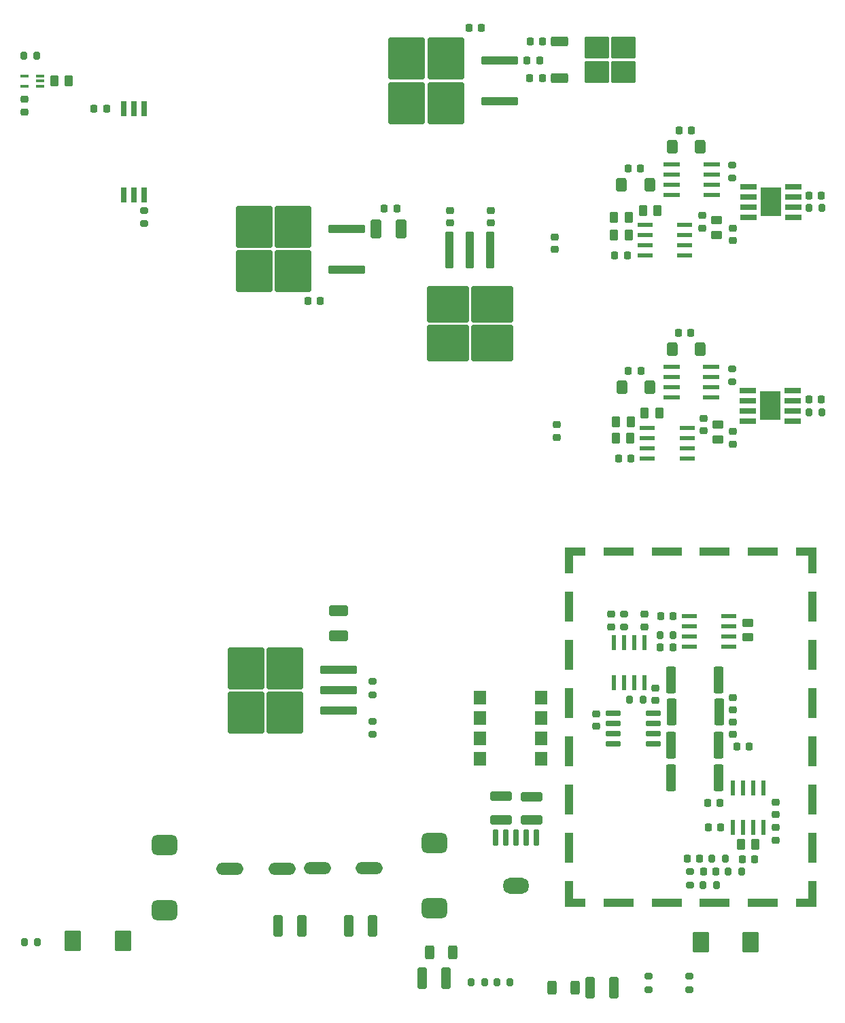
<source format=gbr>
%TF.GenerationSoftware,KiCad,Pcbnew,7.0.1*%
%TF.CreationDate,2023-05-04T18:56:47-04:00*%
%TF.ProjectId,Combined (new),436f6d62-696e-4656-9420-286e6577292e,rev?*%
%TF.SameCoordinates,Original*%
%TF.FileFunction,Paste,Top*%
%TF.FilePolarity,Positive*%
%FSLAX46Y46*%
G04 Gerber Fmt 4.6, Leading zero omitted, Abs format (unit mm)*
G04 Created by KiCad (PCBNEW 7.0.1) date 2023-05-04 18:56:47*
%MOMM*%
%LPD*%
G01*
G04 APERTURE LIST*
G04 Aperture macros list*
%AMRoundRect*
0 Rectangle with rounded corners*
0 $1 Rounding radius*
0 $2 $3 $4 $5 $6 $7 $8 $9 X,Y pos of 4 corners*
0 Add a 4 corners polygon primitive as box body*
4,1,4,$2,$3,$4,$5,$6,$7,$8,$9,$2,$3,0*
0 Add four circle primitives for the rounded corners*
1,1,$1+$1,$2,$3*
1,1,$1+$1,$4,$5*
1,1,$1+$1,$6,$7*
1,1,$1+$1,$8,$9*
0 Add four rect primitives between the rounded corners*
20,1,$1+$1,$2,$3,$4,$5,0*
20,1,$1+$1,$4,$5,$6,$7,0*
20,1,$1+$1,$6,$7,$8,$9,0*
20,1,$1+$1,$8,$9,$2,$3,0*%
G04 Aperture macros list end*
%ADD10RoundRect,0.250000X0.262500X0.450000X-0.262500X0.450000X-0.262500X-0.450000X0.262500X-0.450000X0*%
%ADD11RoundRect,0.250000X1.100000X-0.325000X1.100000X0.325000X-1.100000X0.325000X-1.100000X-0.325000X0*%
%ADD12RoundRect,0.200000X-0.200000X-0.275000X0.200000X-0.275000X0.200000X0.275000X-0.200000X0.275000X0*%
%ADD13RoundRect,0.200000X0.275000X-0.200000X0.275000X0.200000X-0.275000X0.200000X-0.275000X-0.200000X0*%
%ADD14RoundRect,0.250000X-0.362500X-1.425000X0.362500X-1.425000X0.362500X1.425000X-0.362500X1.425000X0*%
%ADD15RoundRect,0.225000X0.250000X-0.225000X0.250000X0.225000X-0.250000X0.225000X-0.250000X-0.225000X0*%
%ADD16R,2.032000X0.660400*%
%ADD17R,2.540000X3.556000*%
%ADD18RoundRect,0.200000X-0.275000X0.200000X-0.275000X-0.200000X0.275000X-0.200000X0.275000X0.200000X0*%
%ADD19RoundRect,0.218750X-0.218750X-0.256250X0.218750X-0.256250X0.218750X0.256250X-0.218750X0.256250X0*%
%ADD20R,1.000000X1.000000*%
%ADD21R,1.550000X1.000000*%
%ADD22R,3.800000X1.000000*%
%ADD23R,1.000000X2.300000*%
%ADD24R,1.000000X3.800000*%
%ADD25R,1.520000X1.780000*%
%ADD26R,1.520000X1.750000*%
%ADD27RoundRect,0.250000X-0.450000X0.262500X-0.450000X-0.262500X0.450000X-0.262500X0.450000X0.262500X0*%
%ADD28RoundRect,0.625000X-0.975000X0.625000X-0.975000X-0.625000X0.975000X-0.625000X0.975000X0.625000X0*%
%ADD29RoundRect,0.250000X-0.312500X-0.625000X0.312500X-0.625000X0.312500X0.625000X-0.312500X0.625000X0*%
%ADD30RoundRect,0.250000X-0.850000X-0.350000X0.850000X-0.350000X0.850000X0.350000X-0.850000X0.350000X0*%
%ADD31RoundRect,0.250000X-1.275000X-1.125000X1.275000X-1.125000X1.275000X1.125000X-1.275000X1.125000X0*%
%ADD32RoundRect,0.225000X-0.250000X0.225000X-0.250000X-0.225000X0.250000X-0.225000X0.250000X0.225000X0*%
%ADD33R,0.558800X1.981200*%
%ADD34O,3.400000X1.500000*%
%ADD35RoundRect,0.250000X-0.262500X-0.450000X0.262500X-0.450000X0.262500X0.450000X-0.262500X0.450000X0*%
%ADD36RoundRect,0.225000X0.225000X0.250000X-0.225000X0.250000X-0.225000X-0.250000X0.225000X-0.250000X0*%
%ADD37RoundRect,0.225000X-0.225000X-0.250000X0.225000X-0.250000X0.225000X0.250000X-0.225000X0.250000X0*%
%ADD38RoundRect,0.250000X-0.325000X-1.100000X0.325000X-1.100000X0.325000X1.100000X-0.325000X1.100000X0*%
%ADD39RoundRect,0.250000X0.450000X-0.262500X0.450000X0.262500X-0.450000X0.262500X-0.450000X-0.262500X0*%
%ADD40RoundRect,0.250000X-0.400000X-0.600000X0.400000X-0.600000X0.400000X0.600000X-0.400000X0.600000X0*%
%ADD41RoundRect,0.250000X-0.925000X0.412500X-0.925000X-0.412500X0.925000X-0.412500X0.925000X0.412500X0*%
%ADD42R,1.981200X0.558800*%
%ADD43R,1.020000X0.400000*%
%ADD44RoundRect,0.200000X0.200000X0.275000X-0.200000X0.275000X-0.200000X-0.275000X0.200000X-0.275000X0*%
%ADD45RoundRect,0.041300X0.943700X0.253700X-0.943700X0.253700X-0.943700X-0.253700X0.943700X-0.253700X0*%
%ADD46RoundRect,0.250000X2.050000X0.300000X-2.050000X0.300000X-2.050000X-0.300000X2.050000X-0.300000X0*%
%ADD47RoundRect,0.250000X2.025000X2.375000X-2.025000X2.375000X-2.025000X-2.375000X2.025000X-2.375000X0*%
%ADD48R,1.981200X0.533400*%
%ADD49RoundRect,0.048800X0.871200X0.256200X-0.871200X0.256200X-0.871200X-0.256200X0.871200X-0.256200X0*%
%ADD50RoundRect,0.250000X0.400000X0.600000X-0.400000X0.600000X-0.400000X-0.600000X0.400000X-0.600000X0*%
%ADD51R,0.640000X1.900000*%
%ADD52RoundRect,0.250000X0.787500X1.025000X-0.787500X1.025000X-0.787500X-1.025000X0.787500X-1.025000X0*%
%ADD53RoundRect,0.250000X-0.300000X2.050000X-0.300000X-2.050000X0.300000X-2.050000X0.300000X2.050000X0*%
%ADD54RoundRect,0.250000X-2.375000X2.025000X-2.375000X-2.025000X2.375000X-2.025000X2.375000X2.025000X0*%
%ADD55RoundRect,0.049600X-0.260400X0.935400X-0.260400X-0.935400X0.260400X-0.935400X0.260400X0.935400X0*%
%ADD56RoundRect,0.788000X-0.792000X0.197000X-0.792000X-0.197000X0.792000X-0.197000X0.792000X0.197000X0*%
%ADD57RoundRect,0.250000X0.412500X0.925000X-0.412500X0.925000X-0.412500X-0.925000X0.412500X-0.925000X0*%
%ADD58RoundRect,0.250000X0.325000X1.100000X-0.325000X1.100000X-0.325000X-1.100000X0.325000X-1.100000X0*%
G04 APERTURE END LIST*
D10*
%TO.C,R13*%
X144835477Y-54101451D03*
X143010477Y-54101451D03*
%TD*%
D11*
%TO.C,C51*%
X128908093Y-127029306D03*
X128908093Y-124079306D03*
%TD*%
D12*
%TO.C,R38*%
X125244988Y-147272713D03*
X126894988Y-147272713D03*
%TD*%
D13*
%TO.C,R36*%
X112903000Y-116369000D03*
X112903000Y-114719000D03*
%TD*%
D12*
%TO.C,R32*%
X69560618Y-142239960D03*
X71210618Y-142239960D03*
%TD*%
D14*
%TO.C,R9*%
X150164262Y-113603705D03*
X156089262Y-113603705D03*
%TD*%
D10*
%TO.C,R17*%
X148440477Y-51077426D03*
X146615477Y-51077426D03*
%TD*%
D15*
%TO.C,C10*%
X135894050Y-79336617D03*
X135894050Y-77786617D03*
%TD*%
D16*
%TO.C,U8*%
X159731824Y-48110039D03*
X159731824Y-49380039D03*
X159731824Y-50650039D03*
X159731824Y-51920039D03*
X165319824Y-51920039D03*
X165319824Y-50650039D03*
X165319824Y-49380039D03*
X165319824Y-48110039D03*
D17*
X162525824Y-50015039D03*
%TD*%
D18*
%TO.C,R35*%
X147319856Y-146506237D03*
X147319856Y-148156237D03*
%TD*%
D19*
%TO.C,L4*%
X152116569Y-131854347D03*
X153691569Y-131854347D03*
%TD*%
D20*
%TO.C,TP1*%
X137419433Y-137356288D03*
D21*
X138694433Y-137356288D03*
D22*
X143569433Y-137356288D03*
X149569433Y-137356288D03*
X155569433Y-137356288D03*
X161569433Y-137356288D03*
D21*
X166444433Y-137356288D03*
D20*
X167719433Y-137356288D03*
D23*
X137419433Y-135706288D03*
X167719433Y-135706288D03*
D24*
X137419433Y-130456288D03*
X167719433Y-130456288D03*
X137419433Y-124456288D03*
X167719433Y-124456288D03*
X137419433Y-118456288D03*
X167719433Y-118456288D03*
X137419433Y-112456288D03*
X167719433Y-112456288D03*
X137419433Y-106456288D03*
X167719433Y-106456288D03*
X137419433Y-100456288D03*
X167719433Y-100456288D03*
D23*
X137419433Y-95206288D03*
X167719433Y-95206288D03*
D20*
X137419433Y-93556288D03*
D21*
X138694433Y-93556288D03*
D22*
X143569433Y-93556288D03*
X149569433Y-93556288D03*
X155569433Y-93556288D03*
X161569433Y-93556288D03*
D21*
X166444433Y-93556288D03*
D20*
X167719433Y-93556288D03*
%TD*%
D25*
%TO.C,J5*%
X133919599Y-119373256D03*
D26*
X133919599Y-116833256D03*
D25*
X133919599Y-114293256D03*
X133919599Y-111753256D03*
X126299599Y-111753256D03*
X126299599Y-114293256D03*
X126299599Y-116833256D03*
X126299599Y-119373256D03*
%TD*%
D15*
%TO.C,C30*%
X157795599Y-113303256D03*
X157795599Y-111753256D03*
%TD*%
D27*
%TO.C,R19*%
X155820967Y-52274821D03*
X155820967Y-54099821D03*
%TD*%
D28*
%TO.C,L2*%
X120650000Y-129935000D03*
X120650000Y-138035000D03*
%TD*%
D18*
%TO.C,R34*%
X152374307Y-146527951D03*
X152374307Y-148177951D03*
%TD*%
%TO.C,R1*%
X144261759Y-101349121D03*
X144261759Y-102999121D03*
%TD*%
D29*
%TO.C,R41*%
X135255000Y-147955000D03*
X138180000Y-147955000D03*
%TD*%
D30*
%TO.C,U14*%
X136242922Y-30003935D03*
D31*
X140867922Y-30758935D03*
X140867922Y-33808935D03*
X144217922Y-30758935D03*
X144217922Y-33808935D03*
D30*
X136242922Y-34563935D03*
%TD*%
D10*
%TO.C,R14*%
X144832776Y-51925154D03*
X143007776Y-51925154D03*
%TD*%
D32*
%TO.C,C2*%
X146801211Y-101394072D03*
X146801211Y-102944072D03*
%TD*%
D33*
%TO.C,U1*%
X142991759Y-109886721D03*
X144261759Y-109886721D03*
X145531759Y-109886721D03*
X146801759Y-109886721D03*
X146801759Y-104959121D03*
X145531759Y-104959121D03*
X144261759Y-104959121D03*
X142991759Y-104959121D03*
%TD*%
D15*
%TO.C,C1*%
X142669092Y-102943524D03*
X142669092Y-101393524D03*
%TD*%
D34*
%TO.C,C31*%
X95175000Y-133096000D03*
X101675000Y-133096000D03*
%TD*%
D35*
%TO.C,R24*%
X73296869Y-34928979D03*
X75121869Y-34928979D03*
%TD*%
D15*
%TO.C,C27*%
X163144222Y-129532056D03*
X163144222Y-127982056D03*
%TD*%
D36*
%TO.C,C28*%
X159853599Y-117849256D03*
X158303599Y-117849256D03*
%TD*%
D13*
%TO.C,R4*%
X152446600Y-135141226D03*
X152446600Y-133491226D03*
%TD*%
D36*
%TO.C,C42*%
X126505000Y-28322000D03*
X124955000Y-28322000D03*
%TD*%
D37*
%TO.C,C25*%
X154760449Y-127979468D03*
X156310449Y-127979468D03*
%TD*%
D14*
%TO.C,R8*%
X150152330Y-109603374D03*
X156077330Y-109603374D03*
%TD*%
D36*
%TO.C,C48*%
X115964000Y-50800000D03*
X114414000Y-50800000D03*
%TD*%
D37*
%TO.C,C3*%
X154645050Y-124884019D03*
X156195050Y-124884019D03*
%TD*%
D12*
%TO.C,R10*%
X148740732Y-103957748D03*
X150390732Y-103957748D03*
%TD*%
D37*
%TO.C,C23*%
X144754000Y-45847000D03*
X146304000Y-45847000D03*
%TD*%
D13*
%TO.C,R26*%
X157734000Y-72453000D03*
X157734000Y-70803000D03*
%TD*%
D38*
%TO.C,C40*%
X140056000Y-147955000D03*
X143006000Y-147955000D03*
%TD*%
D36*
%TO.C,C43*%
X134079922Y-34569935D03*
X132529922Y-34569935D03*
%TD*%
D32*
%TO.C,C4*%
X163129762Y-124824783D03*
X163129762Y-126374783D03*
%TD*%
D39*
%TO.C,R6*%
X159648881Y-104283923D03*
X159648881Y-102458923D03*
%TD*%
D27*
%TO.C,R20*%
X155977129Y-77784556D03*
X155977129Y-79609556D03*
%TD*%
D40*
%TO.C,D4*%
X143979447Y-73068233D03*
X147479447Y-73068233D03*
%TD*%
D38*
%TO.C,C34*%
X109982000Y-140208000D03*
X112932000Y-140208000D03*
%TD*%
D10*
%TO.C,R15*%
X145065311Y-79467582D03*
X143240311Y-79467582D03*
%TD*%
D32*
%TO.C,C11*%
X153967952Y-51709949D03*
X153967952Y-53259949D03*
%TD*%
D37*
%TO.C,C16*%
X151094835Y-41061292D03*
X152644835Y-41061292D03*
%TD*%
D41*
%TO.C,C52*%
X108712000Y-100976000D03*
X108712000Y-104051000D03*
%TD*%
D42*
%TO.C,U3*%
X157287599Y-105403256D03*
X157287599Y-104133256D03*
X157287599Y-102863256D03*
X157287599Y-101593256D03*
X152359999Y-101593256D03*
X152359999Y-102863256D03*
X152359999Y-104133256D03*
X152359999Y-105403256D03*
%TD*%
D13*
%TO.C,R37*%
X112903000Y-111416000D03*
X112903000Y-109766000D03*
%TD*%
D43*
%TO.C,U10*%
X71512302Y-35591149D03*
X71512302Y-34941149D03*
X71512302Y-34291149D03*
X69562302Y-34291149D03*
X69562302Y-35591149D03*
%TD*%
D44*
%TO.C,R39*%
X71120000Y-31750000D03*
X69470000Y-31750000D03*
%TD*%
D15*
%TO.C,C45*%
X127634000Y-52595000D03*
X127634000Y-51045000D03*
%TD*%
D45*
%TO.C,S2*%
X155182000Y-49149000D03*
X155182000Y-47879000D03*
X155182000Y-46609000D03*
X155182000Y-45339000D03*
X150232000Y-45339000D03*
X150232000Y-46609000D03*
X150232000Y-47879000D03*
X150232000Y-49149000D03*
%TD*%
D46*
%TO.C,U13*%
X128787000Y-37447000D03*
D47*
X122062000Y-37682000D03*
X122062000Y-32132000D03*
X117212000Y-37682000D03*
X117212000Y-32132000D03*
D46*
X128787000Y-32367000D03*
%TD*%
D48*
%TO.C,U6*%
X147176131Y-78205476D03*
X147176131Y-79475476D03*
X147176131Y-80745476D03*
X147176131Y-82015476D03*
X152103731Y-82015476D03*
X152103731Y-80745476D03*
X152103731Y-79475476D03*
X152103731Y-78205476D03*
%TD*%
D37*
%TO.C,C6*%
X148794402Y-105551513D03*
X150344402Y-105551513D03*
%TD*%
%TO.C,C14*%
X143602184Y-82011665D03*
X145152184Y-82011665D03*
%TD*%
D36*
%TO.C,C37*%
X79813108Y-38386246D03*
X78263108Y-38386246D03*
%TD*%
D15*
%TO.C,C26*%
X69569042Y-38771362D03*
X69569042Y-37221362D03*
%TD*%
%TO.C,C9*%
X135636000Y-55893000D03*
X135636000Y-54343000D03*
%TD*%
D12*
%TO.C,R28*%
X157245902Y-133493984D03*
X158895902Y-133493984D03*
%TD*%
D13*
%TO.C,R25*%
X157747048Y-47035511D03*
X157747048Y-45385511D03*
%TD*%
D45*
%TO.C,S1*%
X155122372Y-74335190D03*
X155122372Y-73065190D03*
X155122372Y-71795190D03*
X155122372Y-70525190D03*
X150172372Y-70525190D03*
X150172372Y-71795190D03*
X150172372Y-73065190D03*
X150172372Y-74335190D03*
%TD*%
D34*
%TO.C,C32*%
X106045000Y-132999016D03*
X112545000Y-132999016D03*
%TD*%
D32*
%TO.C,C20*%
X157824633Y-78638388D03*
X157824633Y-80188388D03*
%TD*%
D15*
%TO.C,C29*%
X157795599Y-116351256D03*
X157795599Y-114801256D03*
%TD*%
D49*
%TO.C,U4*%
X147943550Y-117566361D03*
X147943550Y-116296361D03*
X147943550Y-115026361D03*
X147943550Y-113756361D03*
X142873550Y-113756361D03*
X142873550Y-115026361D03*
X142873550Y-116296361D03*
X142873550Y-117566361D03*
%TD*%
D38*
%TO.C,C33*%
X101190000Y-140208000D03*
X104140000Y-140208000D03*
%TD*%
D15*
%TO.C,C7*%
X148143599Y-112109568D03*
X148143599Y-110559568D03*
%TD*%
D10*
%TO.C,R18*%
X148660281Y-76300476D03*
X146835281Y-76300476D03*
%TD*%
D44*
%TO.C,R23*%
X168910000Y-76200000D03*
X167260000Y-76200000D03*
%TD*%
D11*
%TO.C,C49*%
X132732890Y-127068699D03*
X132732890Y-124118699D03*
%TD*%
D40*
%TO.C,D5*%
X143947000Y-47879000D03*
X147447000Y-47879000D03*
%TD*%
D36*
%TO.C,C17*%
X168860328Y-49229217D03*
X167310328Y-49229217D03*
%TD*%
D37*
%TO.C,C12*%
X143116000Y-56642000D03*
X144666000Y-56642000D03*
%TD*%
D16*
%TO.C,U7*%
X159713527Y-73477822D03*
X159713527Y-74747822D03*
X159713527Y-76017822D03*
X159713527Y-77287822D03*
X165301527Y-77287822D03*
X165301527Y-76017822D03*
X165301527Y-74747822D03*
X165301527Y-73477822D03*
D17*
X162507527Y-75382822D03*
%TD*%
D44*
%TO.C,R2*%
X146619599Y-112062434D03*
X144969599Y-112062434D03*
%TD*%
D19*
%TO.C,L3*%
X154142704Y-133486256D03*
X155717704Y-133486256D03*
%TD*%
D36*
%TO.C,C44*%
X133744000Y-32356627D03*
X132194000Y-32356627D03*
%TD*%
D12*
%TO.C,R33*%
X128396562Y-147246355D03*
X130046562Y-147246355D03*
%TD*%
D50*
%TO.C,D1*%
X153774566Y-68324454D03*
X150274566Y-68324454D03*
%TD*%
%TO.C,D2*%
X153792449Y-43125585D03*
X150292449Y-43125585D03*
%TD*%
D36*
%TO.C,C22*%
X146361062Y-71085773D03*
X144811062Y-71085773D03*
%TD*%
%TO.C,C15*%
X152558566Y-66292454D03*
X151008566Y-66292454D03*
%TD*%
D35*
%TO.C,R5*%
X158800567Y-130076091D03*
X160625567Y-130076091D03*
%TD*%
D37*
%TO.C,C5*%
X148849999Y-101593256D03*
X150399999Y-101593256D03*
%TD*%
D14*
%TO.C,R11*%
X150141803Y-121777544D03*
X156066803Y-121777544D03*
%TD*%
D12*
%TO.C,R3*%
X154120871Y-135118164D03*
X155770871Y-135118164D03*
%TD*%
D13*
%TO.C,R31*%
X84455000Y-52705000D03*
X84455000Y-51055000D03*
%TD*%
D32*
%TO.C,C8*%
X140834358Y-113785258D03*
X140834358Y-115335258D03*
%TD*%
D37*
%TO.C,C24*%
X158958633Y-131909895D03*
X160508633Y-131909895D03*
%TD*%
D29*
%TO.C,R40*%
X120015000Y-143510000D03*
X122940000Y-143510000D03*
%TD*%
D51*
%TO.C,U19*%
X81915000Y-49095000D03*
X83185000Y-49095000D03*
X84455000Y-49095000D03*
X84455000Y-38355000D03*
X83185000Y-38355000D03*
X81915000Y-38355000D03*
%TD*%
D28*
%TO.C,L1*%
X86995000Y-130175000D03*
X86995000Y-138275000D03*
%TD*%
D14*
%TO.C,R12*%
X150141803Y-117713544D03*
X156066803Y-117713544D03*
%TD*%
D12*
%TO.C,R27*%
X155230659Y-131873105D03*
X156880659Y-131873105D03*
%TD*%
D36*
%TO.C,C18*%
X168859705Y-74659132D03*
X167309705Y-74659132D03*
%TD*%
D44*
%TO.C,R22*%
X168923048Y-50782511D03*
X167273048Y-50782511D03*
%TD*%
D10*
%TO.C,R16*%
X145077979Y-77390002D03*
X143252979Y-77390002D03*
%TD*%
D48*
%TO.C,U5*%
X146882919Y-52832000D03*
X146882919Y-54102000D03*
X146882919Y-55372000D03*
X146882919Y-56642000D03*
X151810519Y-56642000D03*
X151810519Y-55372000D03*
X151810519Y-54102000D03*
X151810519Y-52832000D03*
%TD*%
D36*
%TO.C,C46*%
X106433000Y-62357000D03*
X104883000Y-62357000D03*
%TD*%
D15*
%TO.C,C47*%
X122554000Y-52595000D03*
X122554000Y-51045000D03*
%TD*%
D52*
%TO.C,C35*%
X81852500Y-142113000D03*
X75627500Y-142113000D03*
%TD*%
D32*
%TO.C,C13*%
X154137814Y-76976111D03*
X154137814Y-78526111D03*
%TD*%
D46*
%TO.C,U18*%
X108730000Y-113430000D03*
X108730000Y-110890000D03*
D47*
X102005000Y-113665000D03*
X102005000Y-108115000D03*
X97155000Y-113665000D03*
X97155000Y-108115000D03*
D46*
X108730000Y-108350000D03*
%TD*%
D53*
%TO.C,U16*%
X127615000Y-56006000D03*
X125075000Y-56006000D03*
D54*
X127850000Y-62731000D03*
X122300000Y-62731000D03*
X127850000Y-67581000D03*
X122300000Y-67581000D03*
D53*
X122535000Y-56006000D03*
%TD*%
D52*
%TO.C,C36*%
X160020000Y-142240000D03*
X153795000Y-142240000D03*
%TD*%
D55*
%TO.C,U17*%
X133350000Y-129245000D03*
X132080000Y-129245000D03*
X130810000Y-129245000D03*
X129540000Y-129245000D03*
X128270000Y-129245000D03*
D56*
X130810000Y-135255000D03*
%TD*%
D33*
%TO.C,U2*%
X157786303Y-127975144D03*
X159056303Y-127975144D03*
X160326303Y-127975144D03*
X161596303Y-127975144D03*
X161596303Y-123047544D03*
X160326303Y-123047544D03*
X159056303Y-123047544D03*
X157786303Y-123047544D03*
%TD*%
D46*
%TO.C,U15*%
X109765000Y-58409000D03*
D47*
X103040000Y-58644000D03*
X103040000Y-53094000D03*
X98190000Y-58644000D03*
X98190000Y-53094000D03*
D46*
X109765000Y-53329000D03*
%TD*%
D57*
%TO.C,C50*%
X116472500Y-53329000D03*
X113397500Y-53329000D03*
%TD*%
D36*
%TO.C,C41*%
X134092922Y-29997935D03*
X132542922Y-29997935D03*
%TD*%
D32*
%TO.C,C19*%
X157822898Y-53282276D03*
X157822898Y-54832276D03*
%TD*%
D58*
%TO.C,C39*%
X122071486Y-146788354D03*
X119121486Y-146788354D03*
%TD*%
M02*

</source>
